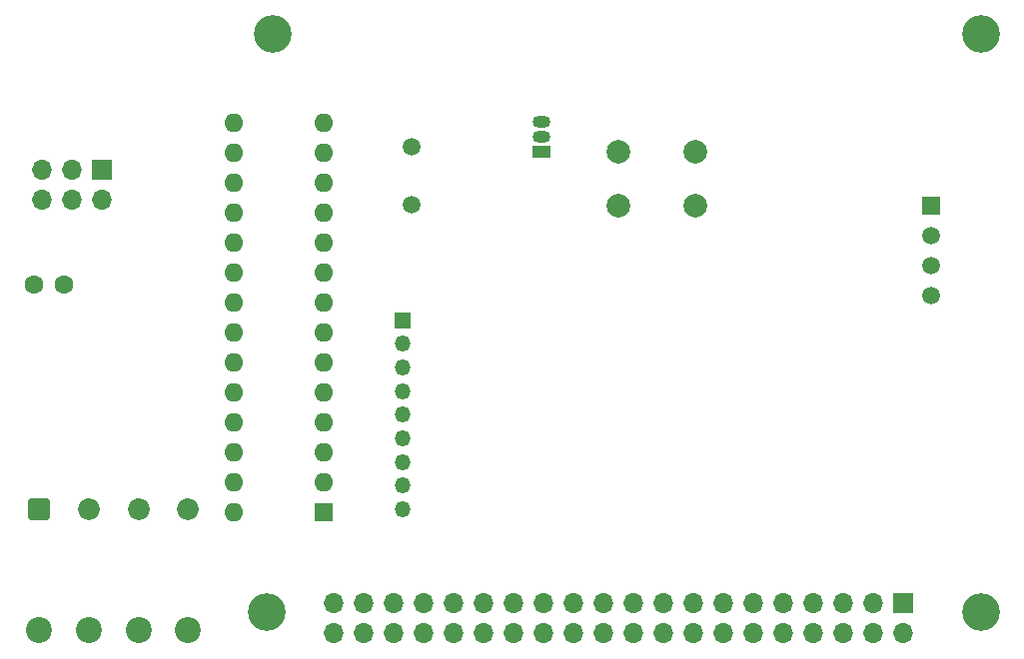
<source format=gbr>
%TF.GenerationSoftware,KiCad,Pcbnew,(6.0.7)*%
%TF.CreationDate,2023-01-16T15:03:51+03:00*%
%TF.ProjectId,Omarichet Sensor Shield 2,4f6d6172-6963-4686-9574-2053656e736f,rev?*%
%TF.SameCoordinates,Original*%
%TF.FileFunction,Soldermask,Bot*%
%TF.FilePolarity,Negative*%
%FSLAX46Y46*%
G04 Gerber Fmt 4.6, Leading zero omitted, Abs format (unit mm)*
G04 Created by KiCad (PCBNEW (6.0.7)) date 2023-01-16 15:03:51*
%MOMM*%
%LPD*%
G01*
G04 APERTURE LIST*
G04 Aperture macros list*
%AMRoundRect*
0 Rectangle with rounded corners*
0 $1 Rounding radius*
0 $2 $3 $4 $5 $6 $7 $8 $9 X,Y pos of 4 corners*
0 Add a 4 corners polygon primitive as box body*
4,1,4,$2,$3,$4,$5,$6,$7,$8,$9,$2,$3,0*
0 Add four circle primitives for the rounded corners*
1,1,$1+$1,$2,$3*
1,1,$1+$1,$4,$5*
1,1,$1+$1,$6,$7*
1,1,$1+$1,$8,$9*
0 Add four rect primitives between the rounded corners*
20,1,$1+$1,$2,$3,$4,$5,0*
20,1,$1+$1,$4,$5,$6,$7,0*
20,1,$1+$1,$6,$7,$8,$9,0*
20,1,$1+$1,$8,$9,$2,$3,0*%
G04 Aperture macros list end*
%ADD10R,1.350000X1.350000*%
%ADD11O,1.350000X1.350000*%
%ADD12C,3.200000*%
%ADD13C,1.600000*%
%ADD14C,2.000000*%
%ADD15R,1.500000X1.050000*%
%ADD16O,1.500000X1.050000*%
%ADD17C,1.500000*%
%ADD18R,1.600000X1.600000*%
%ADD19O,1.600000X1.600000*%
%ADD20C,2.200000*%
%ADD21RoundRect,0.250000X-0.675000X-0.675000X0.675000X-0.675000X0.675000X0.675000X-0.675000X0.675000X0*%
%ADD22C,1.850000*%
%ADD23R,1.500000X1.500000*%
%ADD24R,1.700000X1.700000*%
%ADD25O,1.700000X1.700000*%
G04 APERTURE END LIST*
D10*
%TO.C,J3*%
X136840000Y-98810000D03*
D11*
X136840000Y-100810000D03*
X136840000Y-102810000D03*
X136840000Y-104810000D03*
X136840000Y-106810000D03*
X136840000Y-108810000D03*
X136840000Y-110810000D03*
X136840000Y-112810000D03*
X136840000Y-114810000D03*
%TD*%
D12*
%TO.C,H4*%
X185840000Y-74560000D03*
%TD*%
%TO.C,H1*%
X185840000Y-123560000D03*
%TD*%
%TO.C,H3*%
X125840000Y-74560000D03*
%TD*%
D13*
%TO.C,R8*%
X105570000Y-95810000D03*
X108110000Y-95810000D03*
%TD*%
D14*
%TO.C,SW1*%
X161590000Y-84560000D03*
X155090000Y-84560000D03*
X155090000Y-89060000D03*
X161590000Y-89060000D03*
%TD*%
D15*
%TO.C,Q1*%
X148590000Y-84560000D03*
D16*
X148590000Y-83290000D03*
X148590000Y-82020000D03*
%TD*%
D17*
%TO.C,Y1*%
X137590000Y-84110000D03*
X137590000Y-88990000D03*
%TD*%
D18*
%TO.C,U5*%
X130140000Y-115060000D03*
D19*
X130140000Y-112520000D03*
X130140000Y-109980000D03*
X130140000Y-107440000D03*
X130140000Y-104900000D03*
X130140000Y-102360000D03*
X130140000Y-99820000D03*
X130140000Y-97280000D03*
X130140000Y-94740000D03*
X130140000Y-92200000D03*
X130140000Y-89660000D03*
X130140000Y-87120000D03*
X130140000Y-84580000D03*
X130140000Y-82040000D03*
X122520000Y-82040000D03*
X122520000Y-84580000D03*
X122520000Y-87120000D03*
X122520000Y-89660000D03*
X122520000Y-92200000D03*
X122520000Y-94740000D03*
X122520000Y-97280000D03*
X122520000Y-99820000D03*
X122520000Y-102360000D03*
X122520000Y-104900000D03*
X122520000Y-107440000D03*
X122520000Y-109980000D03*
X122520000Y-112520000D03*
X122520000Y-115060000D03*
%TD*%
D12*
%TO.C,H2*%
X125340000Y-123560000D03*
%TD*%
D20*
%TO.C,J2*%
X118640000Y-125070000D03*
X114440000Y-125070000D03*
X106040000Y-125070000D03*
X110240000Y-125070000D03*
D21*
X106040000Y-114870000D03*
D22*
X110240000Y-114870000D03*
X114440000Y-114870000D03*
X118640000Y-114870000D03*
%TD*%
D23*
%TO.C,U4*%
X181590000Y-89060000D03*
D17*
X181590000Y-91600000D03*
X181590000Y-94140000D03*
X181590000Y-96680000D03*
%TD*%
D24*
%TO.C,J4*%
X111340000Y-86060000D03*
D25*
X111340000Y-88600000D03*
X108800000Y-86060000D03*
X108800000Y-88600000D03*
X106260000Y-86060000D03*
X106260000Y-88600000D03*
%TD*%
D24*
%TO.C,J1*%
X179210000Y-122810000D03*
D25*
X179210000Y-125350000D03*
X176670000Y-122810000D03*
X176670000Y-125350000D03*
X174130000Y-122810000D03*
X174130000Y-125350000D03*
X171590000Y-122810000D03*
X171590000Y-125350000D03*
X169050000Y-122810000D03*
X169050000Y-125350000D03*
X166510000Y-122810000D03*
X166510000Y-125350000D03*
X163970000Y-122810000D03*
X163970000Y-125350000D03*
X161430000Y-122810000D03*
X161430000Y-125350000D03*
X158890000Y-122810000D03*
X158890000Y-125350000D03*
X156350000Y-122810000D03*
X156350000Y-125350000D03*
X153810000Y-122810000D03*
X153810000Y-125350000D03*
X151270000Y-122810000D03*
X151270000Y-125350000D03*
X148730000Y-122810000D03*
X148730000Y-125350000D03*
X146190000Y-122810000D03*
X146190000Y-125350000D03*
X143650000Y-122810000D03*
X143650000Y-125350000D03*
X141110000Y-122810000D03*
X141110000Y-125350000D03*
X138570000Y-122810000D03*
X138570000Y-125350000D03*
X136030000Y-122810000D03*
X136030000Y-125350000D03*
X133490000Y-122810000D03*
X133490000Y-125350000D03*
X130950000Y-122810000D03*
X130950000Y-125350000D03*
%TD*%
M02*

</source>
